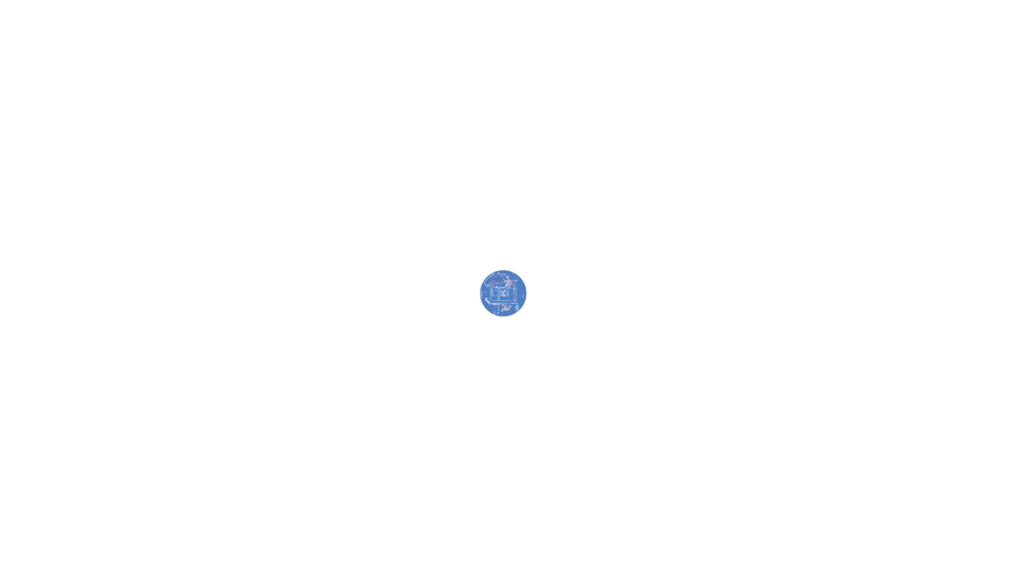
<source format=kicad_pcb>
(kicad_pcb (version 20241229) (generator "pcbnew") (generator_version "9.0")
  (title_block (date "2025-07-13") (rev "${REVISION}") (comment 1 "${COMPANY}"))
  (layers (0 "F.Cu" signal) (4 "In1.Cu" power "Supply") (6 "In2.Cu" power "GND") (2 "B.Cu" signal) (13 "F.Paste" user) (15 "B.Paste" user) (5 "F.SilkS" user "F.Silkscreen") (7 "B.SilkS" user "B.Silkscreen") (1 "F.Mask" user) (3 "B.Mask" user) (25 "Edge.Cuts" user))
  (net 0 "")
  (net 1 "GND")
  (net 2 "PD_GND")
  (net 3 "GNDA")
  (net 4 "VSYS")
  (net 5 "Net-(IC503-V_{REF})")
  (net 6 "Net-(D501-K)")
  (net 7 "Net-(D502-K)")
  (net 10 "Net-(IC503-LED3-DRV)")
  (net 11 "Net-(IC503-LED1-DRV)")
  (net 12 "Net-(IC503-LED2-DRV)")
  (net 14 "/Project Architecture/Audio/I2C_SCL")
  (net 15 "/Project Architecture/Audio/I2C_SDA")
  (net 16 "/Project Architecture/Connectors/~{RESET_{HR}}")
  (net 17 "/Project Architecture/Connectors/Status")
  (net 20 "Net-(IC501-V_{CORE})")
  (net 21 "Net-(IC601-VDIG)")
  (net 22 "Net-(IC601-VREF)")
  (net 23 "Net-(IC601-VMID)")
  (net 24 "Net-(IC601-DACREF)")
  (net 25 "Net-(IC601-HPCFP)")
  (net 26 "Net-(IC601-HPCFN)")
  (net 27 "Net-(IC601-HPCSN)")
  (net 28 "Net-(IC601-HPCSP)")
  (net 29 "Net-(IC601-SP_P)")
  (net 30 "/Project Architecture/Audio/SP-N")
  (net 31 "Net-(IC601-SP_N)")
  (net 32 "Net-(IC501-SCLK_{SENSOR})")
  (net 33 "/Project Architecture/Heartrate/INT_{ACC}")
  (net 34 "Net-(IC501-MOSI_{SENSOR})")
  (net 35 "Net-(IC501-CS_{PPG})")
  (net 38 "Net-(IC501-32k_{IN})")
  (net 39 "Net-(IC501-CS_{ACC})")
  (net 40 "Net-(IC501-INT_{PPG})")
  (net 41 "Net-(IC501-MISO_{SENSOR})")
  (net 42 "Net-(IC501-32k_{OUT})")
  (net 45 "/Project Architecture/Audio/I2S_DIN")
  (net 47 "/Project Architecture/Audio/I2S_BCLK")
  (net 48 "/Project Architecture/Audio/I2S_WCLK")
  (net 56 "/Project Architecture/Audio/I2S_MCLK")
  (net 64 "/Project Architecture/Audio/SP-P")
  (net 69 "/Project Architecture/Connectors/+1V8_HR")
  (net 70 "/Project Architecture/Audio/+1V8_PA")
  (footprint "Amphenol:101P014FB110" (layer "F.Cu") (at 210.3 150.6 -90)
    (property "Reference" "X702" (hide yes))
    (property "Value" "MB1" (hide yes))
  )
  (footprint "Capacitor_SMD:C_0201_0603Metric" (layer "F.Cu") (at 205.725 157.425 -90)
    (property "Reference" "C603" (hide yes))
    (property "Value" "1u" (hide yes))
  )
  (footprint "Capacitor_SMD:C_0201_0603Metric" (layer "F.Cu") (at 208.8925 143.2)
    (property "Reference" "C505" (hide yes))
    (property "Value" "10u" (hide yes))
  )
  (footprint "Capacitor_SMD:C_0201_0603Metric" (layer "F.Cu") (at 208.175 154.505 90)
    (property "Reference" "C608" (hide yes))
    (property "Value" "1u" (hide yes))
  )
  (footprint "Inductor_SMD:L_0201_0603Metric" (layer "F.Cu") (at 208.6 145.675 180)
    (property "Reference" "R502" (hide yes))
    (property "Value" "4k7" (hide yes))
  )
  (footprint "Capacitor_SMD:C_0201_0603Metric" (layer "F.Cu") (at 201.5 148.1 -135)
    (property "Reference" "C504" (hide yes))
    (property "Value" "1u" (hide yes))
  )
  (footprint "Capacitor_SMD:C_0201_0603Metric" (layer "F.Cu") (at 208.8925 143.993)
    (property "Reference" "C506" (hide yes))
    (property "Value" "100n" (hide yes))
  )
  (footprint "Capacitor_SMD:C_0201_0603Metric" (layer "F.Cu") (at 200.941835 147.529739 -135)
    (property "Reference" "C502" (hide yes))
    (property "Value" "1u" (hide yes))
  )
  (footprint "Capacitor_SMD:C_0201_0603Metric" (layer "F.Cu") (at 204.4 142.72 90)
    (property "Reference" "C503" (hide yes))
    (property "Value" "1u" (hide yes))
  )
  (footprint "Capacitor_SMD:C_0201_0603Metric" (layer "F.Cu") (at 205.975 154.125 90)
    (property "Reference" "C602" (hide yes))
    (property "Value" "1u" (hide yes))
  )
  (footprint "Inductor_SMD:L_0402_1005Metric" (layer "F.Cu") (at 202.125001 154.875 180)
    (property "Reference" "FB601" (hide yes))
    (property "Value" "FerriteBead" (hide yes))
  )
  (footprint "Crystal_Kampi:ECS_ECX-1210" (layer "F.Cu") (at 199.5 146.1 -135)
    (property "Reference" "Y501" (hide yes))
    (property "Value" "32kHz" (hide yes))
  )
  (footprint "Capacitor_SMD:C_0402_1005Metric" (layer "F.Cu") (at 208.6 147.3)
    (property "Reference" "C511" (hide yes))
    (property "Value" "22u" (hide yes))
  )
  (footprint "Analog Devices:MAX32664GTG" (layer "F.Cu") (at 202.653033 145.111434 -45)
    (property "Reference" "IC501" (hide yes))
    (property "Value" "MAX32664" (hide yes))
  )
  (footprint "Package_BGA_Kampi:WLCSP-34" (layer "F.Cu") (at 205.525 155.835 180)
    (property "Reference" "IC601" (hide yes))
    (property "Value" "DA7212-01UM2" (hide yes))
  )
  (footprint "Capacitor_SMD:C_0201_0603Metric" (layer "F.Cu") (at 206.425 157.425 -90)
    (property "Reference" "C604" (hide yes))
    (property "Value" "1u" (hide yes))
  )
  (footprint "Inductor_SMD:L_0402_1005Metric" (layer "F.Cu") (at 202.125001 155.875 180)
    (property "Reference" "FB602" (hide yes))
    (property "Value" "FerriteBead" (hide yes))
  )
  (footprint "Capacitor_SMD:C_0201_0603Metric" (layer "F.Cu") (at 208.574999 156.345)
    (property "Reference" "C610" (hide yes))
    (property "Value" "1u" (hide yes))
  )
  (footprint "Package_LGA:LGA-12_2x2mm_P0.5mm" (layer "F.Cu") (at 206.8625 143.95)
    (property "Reference" "IC502" (hide yes))
    (property "Value" "LIS2DS12" (hide yes))
  )
  (footprint "Capacitor_SMD:C_0201_0603Metric" (layer "F.Cu") (at 208.8925 144.793)
    (property "Reference" "C507" (hide yes))
    (property "Value" "100n" (hide yes))
  )
  (footprint "Capacitor_SMD:C_0201_0603Metric" (layer "F.Cu") (at 204.2 157.425 -90)
    (property "Reference" "C606" (hide yes))
    (property "Value" "4u7" (hide yes))
  )
  (footprint "Capacitor_SMD:C_0201_0603Metric" (layer "F.Cu") (at 204.3 154.125 90)
    (property "Reference" "C601" (hide yes))
    (property "Value" "1u" (hide yes))
  )
  (footprint "Capacitor_SMD:C_0201_0603Metric" (layer "F.Cu") (at 205.275 154.125 90)
    (property "Reference" "C605" (hide yes))
    (property "Value" "2u2" (hide yes))
  )
  (footprint "Amphenol:101P014FB110" (layer "F.Cu") (at 198.8 150 90)
    (property "Reference" "X701" (hide yes))
    (property "Value" "MB2" (hide yes))
  )
  (footprint "Capacitor_SMD:C_0201_0603Metric" (layer "F.Cu") (at 208.6 146.4)
    (property "Reference" "C510" (hide yes))
    (property "Value" "100n" (hide yes))
  )
  (footprint "Capacitor_SMD:C_0201_0603Metric" (layer "F.Cu") (at 208.575 155.625)
    (property "Reference" "C609" (hide yes))
    (property "Value" "1u" (hide yes))
  )
  (footprint "Capacitor_SMD:C_0201_0603Metric" (layer "F.Cu") (at 204.9 157.425 -90)
    (property "Reference" "C607" (hide yes))
    (property "Value" "4u7" (hide yes))
  )
  (footprint "Capacitor_SMD:C_0201_0603Metric" (layer "B.Cu") (at 208.7 145.8)
    (property "Reference" "C508" (hide yes))
    (property "Value" "10u" (hide yes))
  )
  (footprint "Capacitor_SMD:C_0201_0603Metric" (layer "B.Cu") (at 209.98 154.7 180)
    (property "Reference" "C611" (hide yes))
    (property "Value" "100n" (hide yes))
  )
  (footprint "Vishay:VEMD808x" (layer "B.Cu") (at 202.2 150 -90)
    (property "Reference" "D501" (hide yes))
    (property "Value" "VEMD8082" (hide yes))
  )
  (footprint "Resistor_SMD:R_0201_0603Metric" (layer "B.Cu") (at 209.98 155.5 180)
    (property "Reference" "R601" (hide yes))
    (property "Value" "0R" (hide yes))
  )
  (footprint "Resistor_SMD:R_0201_0603Metric" (layer "B.Cu") (at 203.1 146.4 90)
    (property "Reference" "R501" (hide yes))
    (property "Value" "~" (hide yes))
  )
  (footprint "Capacitor_SMD:C_0201_0603Metric" (layer "B.Cu") (at 202.15 146.4 90)
    (property "Reference" "C501" (hide yes))
    (property "Value" "~" (hide yes))
  )
  (footprint "Capacitor_SMD:C_0201_0603Metric" (layer "B.Cu") (at 204.755 146 180)
    (property "Reference" "C509" (hide yes))
    (property "Value" "1u" (hide yes))
  )
  (footprint "Osram:SFH7016" (layer "B.Cu") (at 205 150)
    (property "Reference" "LED501" (hide yes))
    (property "Value" "SFH7016" (hide yes))
  )
  (footprint "Package_BGA_Kampi:THIN-WLP-20_2.228x1.967mm_P0.4mm" (layer "B.Cu") (at 206.8 146.1 180)
    (property "Reference" "IC503" (hide yes))
    (property "Value" "MAX86141" (hide yes))
  )
  (footprint "Vishay:VEMD808x" (layer "B.Cu") (at 207.8 150 -90)
    (property "Reference" "D502" (hide yes))
    (property "Value" "VEMD8082" (hide yes))
  )
  (gr_poly (pts (xy 199.412994 147.487006) (xy 202.665686 144.234314) (xy 201.322183 142.890813) (xy 198.069491 146.143503)) (stroke (width 0.2)) (fill no) (layer "B.Cu") (net 39))
  (gr_circle (center 205 150) (end 213.4 150) (stroke (width 0.2)) (fill no) (layer "Edge.Cuts"))
  (gr_text "${REVISION}" (at 200.402944 145.224264 225) (layer "B.Cu") (effects (font (size 0.4 0.4) (thickness 0.06)) (justify mirror)))
  (segment (start 200.25 148.95) (end 200.4 148.8) (width 0.15) (layer "F.Cu") (net 1))
  (segment (start 207.112258 144.712743) (end 207.112501 144.7125) (width 0.2) (layer "F.Cu") (net 1))
  (segment (start 200.2 144.666584) (end 200.64485 145.111434) (width 0.15) (layer "F.Cu") (net 1))
  (segment (start 201.247524 146.516942) (end 201.627728 146.136738) (width 0.15) (layer "F.Cu") (net 1))
  (segment (start 207.112501 144.7125) (end 207.6125 144.7125) (width 0.2) (layer "F.Cu") (net 1))
  (segment (start 204.875 142.275) (end 204.75 142.4) (width 0.15) (layer "F.Cu") (net 1))
  (segment (start 207.1125 144.143) (end 207.112501 144.7125) (width 0.2) (layer "F.Cu") (net 1))
  (segment (start 212 151.4) (end 211.9 151.3) (width 0.15) (layer "F.Cu") (net 1))
  (segment (start 209.2125 143.2) (end 209.2125 143.993) (width 0.4) (layer "F.Cu") (net 1))
  (segment (start 201.273726 148.314178) (end 200.715561 147.756013) (width 0.15) (layer "F.Cu") (net 1))
  (segment (start 199.8075 148.95) (end 200.25 148.95) (width 0.15) (layer "F.Cu") (net 1))
  (segment (start 201.273726 148.326274) (end 201.273726 148.314178) (width 0.15) (layer "F.Cu") (net 1))
  (segment (start 207.6125 144.7125) (end 207.625 144.7) (width 0.2) (layer "F.Cu") (net 1))
  (segment (start 209.5 146.88) (end 209.08 147.3) (width 0.15) (layer "F.Cu") (net 1))
  (segment (start 211.9 151.3) (end 211.3075 151.3) (width 0.15) (layer "F.Cu") (net 1))
  (segment (start 207.625 144.2) (end 207.625 144.7) (width 0.2) (layer "F.Cu") (net 1))
  (segment (start 209.2125 143.993) (end 209.7 143.993) (width 0.4) (layer "F.Cu") (net 1))
  (segment (start 200.379773 147.420227) (end 200.71556 147.756014) (width 0.2) (layer "F.Cu") (net 1))
  (segment (start 204.75 142.4) (end 204.4 142.4) (width 0.15) (layer "F.Cu") (net 1))
  (segment (start 209.35 146.4) (end 208.92 146.4) (width 0.15) (layer "F.Cu") (net 1))
  (segment (start 209.2125 143.993) (end 209.2125 144.793) (width 0.4) (layer "F.Cu") (net 1))
  (via (at 207.1125 144.143) (size 0.35) (drill 0.15) (layers "F.Cu" "B.Cu") (net 1))
  (via (at 200.4 148.8) (size 0.35) (drill 0.15) (layers "F.Cu" "B.Cu") (net 1))
  (via (at 209.7 143.993) (size 0.35) (drill 0.15) (layers "F.Cu" "B.Cu") (net 1))
  (via (at 209.35 146.4) (size 0.3024) (drill 0.15) (layers "F.Cu" "B.Cu") (net 1))
  (via (at 209.5 146.88) (size 0.35) (drill 0.15) (layers "F.Cu" "B.Cu") (net 1))
  (via (at 212 151.4) (size 0.35) (drill 0.15) (layers "F.Cu" "B.Cu") (net 1))
  (via (at 206.8 146.7) (size 0.3024) (drill 0.15) (layers "F.Cu" "B.Cu") (net 1))
  (via (at 204.875 142.275) (size 0.3024) (drill 0.15) (layers "F.Cu" "B.Cu") (net 1))
  (via (at 201.247524 146.516942) (size 0.3024) (drill 0.15) (layers "F.Cu" "B.Cu") (net 1))
  (via (at 200.2 144.666584) (size 0.3024) (drill 0.15) (layers "F.Cu" "B.Cu") (net 1))
  (via (at 200.379773 147.420227) (size 0.3024) (drill 0.15) (layers "F.Cu" "B.Cu") (net 1))
  (segment (start 206.8 146.3) (end 206.8 146.7) (width 0.15) (layer "B.Cu") (net 1))
  (via (at 203.725 147.325) (size 0.3024) (drill 0.15) (layers "F.Cu" "B.Cu") (net 2))
  (via (at 204 148.9) (size 0.3024) (drill 0.15) (layers "F.Cu" "B.Cu") (net 2))
  (via (at 204 148.375) (size 0.3024) (drill 0.15) (layers "F.Cu" "B.Cu") (net 2))
  (via (at 202.7 148.525) (size 0.3024) (drill 0.15) (layers "F.Cu" "B.Cu") (net 2))
  (via (at 201.65 150.775) (size 0.3024) (drill 0.15) (layers "F.Cu" "B.Cu") (net 2))
  (via (at 204.775 147.325) (size 0.3024) (drill 0.15) (layers "F.Cu" "B.Cu") (net 2))
  (via (at 202.175 151.3) (size 0.3024) (drill 0.15) (layers "F.Cu" "B.Cu") (net 2))
  (via (at 202.175 150.775) (size 0.3024) (drill 0.15) (layers "F.Cu" "B.Cu") (net 2))
  (via (at 201.65 149.05) (size 0.3024) (drill 0.15) (layers "F.Cu" "B.Cu") (net 2))
  (via (at 204.25 147.325) (size 0.3024) (drill 0.15) (layers "F.Cu" "B.Cu") (net 2))
  (via (at 202.175 148.525) (size 0.3024) (drill 0.15) (layers "F.Cu" "B.Cu") (net 2))
  (via (at 202.7 151.3) (size 0.3024) (drill 0.15) (layers "F.Cu" "B.Cu") (net 2))
  (via (at 201.65 151.3) (size 0.3024) (drill 0.15) (layers "F.Cu" "B.Cu") (net 2))
  (via (at 202.175 149.05) (size 0.3024) (drill 0.15) (layers "F.Cu" "B.Cu") (net 2))
  (via (at 202.7 149.05) (size 0.3024) (drill 0.15) (layers "F.Cu" "B.Cu") (net 2))
  (via (at 202.7 150.775) (size 0.3024) (drill 0.15) (layers "F.Cu" "B.Cu") (net 2))
  (segment (start 205.545 157.745) (end 205.3 157.5) (width 0.15) (layer "F.Cu") (net 3))
  (segment (start 205.275 153.805) (end 204.3 153.805) (width 0.15) (layer "F.Cu") (net 3))
  (segment (start 206.842069 157.435457) (end 206.532526 157.745) (width 0.15) (layer "F.Cu") (net 3))
  (segment (start 208.895 155.205) (end 208.9 155.2) (width 0.15) (layer "F.Cu") (net 3))
  (segment (start 209.4 156.345) (end 208.894999 156.345) (width 0.15) (layer "F.Cu") (net 3))
  (segment (start 205.975 153.805) (end 205.275 153.805) (width 0.15) (layer "F.Cu") (net 3))
  (segment (start 203.7 157.745) (end 204.2 157.745) (width 0.15) (layer "F.Cu") (net 3))
  (segment (start 204.9 157.745) (end 205.055 157.745) (width 0.15) (layer "F.Cu") (net 3))
  (segment (start 203.7 154.3) (end 204.195 153.805) (width 0.15) (layer "F.Cu") (net 3))
  (segment (start 206.532526 157.745) (end 206.425 157.745) (width 0.15) (layer "F.Cu") (net 3))
  (segment (start 204.195 153.805) (end 204.3 153.805) (width 0.15) (layer "F.Cu") (net 3))
  (segment (start 205.055 157.745) (end 205.3 157.5) (width 0.15) (layer "F.Cu") (net 3))
  (segment (start 208.895 155.625) (end 208.895 155.205) (width 0.15) (layer "F.Cu") (net 3))
  (segment (start 205.724999 157.745) (end 205.545 157.745) (width 0.15) (layer "F.Cu") (net 3))
  (via (at 206.842069 157.435457) (size 0.35) (drill 0.15) (layers "F.Cu" "B.Cu") (net 3))
  (via (at 207.275 156.005) (size 0.3024) (drill 0.15) (layers "F.Cu" "B.Cu") (net 3))
  (via (at 203.7 154.3) (size 0.35) (drill 0.15) (layers "F.Cu" "B.Cu") (net 3))
  (via (at 203.7 157.745) (size 0.35) (drill 0.15) (layers "F.Cu" "B.Cu") (net 3))
  (via (at 208.9 155.2) (size 0.35) (drill 0.15) (layers "F.Cu" "B.Cu") (net 3))
  (via (at 205.3 157.5) (size 0.35) (drill 0.15) (layers "F.Cu" "B.Cu") (net 3))
  (via (at 209.4 156.345) (size 0.35) (drill 0.15) (layers "F.Cu" "B.Cu") (net 3))
  (via (at 206.775 156.005) (size 0.3024) (drill 0.15) (layers "F.Cu" "B.Cu") (net 3))
  (via (at 205.275 156.005) (size 0.3024) (drill 0.15) (layers "F.Cu" "B.Cu") (net 3))
  (segment (start 204.2 157.105) (end 204.9 157.105) (width 0.15) (layer "F.Cu") (net 4))
  (segment (start 209.5 147.9) (end 209.9 147.5) (width 0.15) (layer "F.Cu") (net 4))
  (segment (start 203.500001 157.105001) (end 204.2 157.105) (width 0.15) (layer "F.Cu") (net 4))
  (segment (start 203.1 157.105) (end 203.5 157.105) (width 0.15) (layer "F.Cu") (net 4))
  (segment (start 197.2 150.7) (end 197.7925 150.7) (width 0.15) (layer "F.Cu") (net 4))
  (segment (start 203.5 157.105) (end 203.500001 157.105001) (width 0.15) (layer "F.Cu") (net 4))
  (segment (start 207.57748 147.9) (end 209.5 147.9) (width 0.15) (layer "F.Cu") (net 4))
  (segment (start 205.1 150) (end 205.47748 150) (width 0.15) (layer "F.Cu") (net 4))
  (segment (start 204.9 156.47) (end 204.9 157.105) (width 0.15) (layer "F.Cu") (net 4))
  (segment (start 204.899999 157.105001) (end 204.9 157.105) (width 0.15) (layer "F.Cu") (net 4))
  (segment (start 205.47748 150) (end 207.57748 147.9) (width 0.15) (layer "F.Cu") (net 4))
  (segment (start 209.9 147.5) (end 209.9 145.4) (width 0.15) (layer "F.Cu") (net 4))
  (segment (start 205.025 156.345) (end 204.9 156.47) (width 0.15) (layer "F.Cu") (net 4))
  (via (at 205.1 150) (size 0.35) (drill 0.15) (layers "F.Cu" "B.Cu") (net 4))
  (via (at 197.2 150.7) (size 0.35) (drill 0.15) (layers "F.Cu" "B.Cu") (net 4))
  (via (at 209.9 145.4) (size 0.35) (drill 0.15) (layers "F.Cu" "B.Cu") (net 4))
  (via (at 203.1 157.105) (size 0.35) (drill 0.15) (layers "F.Cu" "B.Cu") (net 4))
  (segment (start 205.1 150) (end 204.925 150) (width 0.15) (layer "B.Cu") (net 4))
  (segment (start 205.65 149.425) (end 205.65 149.45) (width 0.15) (layer "B.Cu") (net 4))
  (segment (start 205.65 149.45) (end 205.1 150) (width 0.15) (layer "B.Cu") (net 4))
  (segment (start 204.925 150) (end 204.35 150.575) (width 0.15) (layer "B.Cu") (net 4))
  (segment (start 207.6 145.5) (end 208.08 145.5) (width 0.15) (layer "B.Cu") (net 4))
  (segment (start 208.08 145.5) (end 208.38 145.8) (width 0.15) (layer "B.Cu") (net 4))
  (segment (start 209.9 145.4) (end 208.78 145.4) (width 0.15) (layer "B.Cu") (net 4))
  (segment (start 208.78 145.4) (end 208.38 145.8) (width 0.15) (layer "B.Cu") (net 4))
  (segment (start 205.6 145.9) (end 205.5 146) (width 0.15) (layer "B.Cu") (net 5))
  (segment (start 205.5 146) (end 205.075 146) (width 0.15) (layer "B.Cu") (net 5))
  (segment (start 206 145.9) (end 205.6 145.9) (width 0.15) (layer "B.Cu") (net 5))
  (segment (start 201.01 149.31) (end 201.01 148) (width 0.15) (layer "B.Cu") (net 6))
  (segment (start 203.39 148) (end 203.39 149.31) (width 0.15) (layer "B.Cu") (net 6))
  (segment (start 201.01 148) (end 203.39 148) (width 0.15) (layer "B.Cu") (net 6))
  (segment (start 206 147.4) (end 205.4 148) (width 0.15) (layer "B.Cu") (net 6))
  (segment (start 204.2 148) (end 203.39 148) (width 0.15) (layer "B.Cu") (net 6))
  (segment (start 203.39 150.69) (end 203.39 152) (width 0.15) (layer "B.Cu") (net 6))
  (segment (start 205.4 148) (end 204.2 148) (width 0.15) (layer "B.Cu") (net 6))
  (segment (start 203.39 149.31) (end 203.39 150.69) (width 0.15) (layer "B.Cu") (net 6))
  (segment (start 206 146.7) (end 206 147.4) (width 0.15) (layer "B.Cu") (net 6))
  (segment (start 201.01 150.69) (end 201.01 149.31) (width 0.15) (layer "B.Cu") (net 6))
  (segment (start 206.61 150.69) (end 206.61 149.31) (width 0.15) (layer "B.Cu") (net 7))
  (segment (start 206.6 148) (end 206.61 148) (width 0.15) (layer "B.Cu") (net 7))
  (segment (start 206.61 149.31) (end 206.61 148) (width 0.15) (layer "B.Cu") (net 7))
  (segment (start 208.99 150.69) (end 208.99 149.6) (width 0.15) (layer "B.Cu") (net 7))
  (segment (start 206.4 146.7) (end 206.4 147.8) (width 0.15) (layer "B.Cu") (net 7))
  (segment (start 206.61 148) (end 208.99 148) (width 0.15) (layer "B.Cu") (net 7))
  (segment (start 208.99 152) (end 208.99 150.69) (width 0.15) (layer "B.Cu") (net 7))
  (segment (start 208.99 149.31) (end 208.99 148) (width 0.15) (layer "B.Cu") (net 7))
  (via (at 207.890354 146.06079) (size 0.3024) (drill 0.15) (layers "F.Cu" "B.Cu") (net 10))
  (via (at 205.6875 148.7375) (size 0.35) (drill 0.15) (layers "F.Cu" "B.Cu") (net 10))
  (segment (start 207.729564 145.9) (end 207.890354 146.06079) (width 0.15) (layer "B.Cu") (net 10))
  (segment (start 207.6 145.9) (end 207.729564 145.9) (width 0.15) (layer "B.Cu") (net 10))
  (segment (start 205.6875 148.7375) (end 205 149.425) (width 0.15) (layer "B.Cu") (net 10))
  (via (at 207.5 147.3) (size 0.3024) (drill 0.15) (layers "F.Cu" "B.Cu") (net 11))
  (via (at 205 151) (size 0.35) (drill 0.15) (layers "F.Cu" "B.Cu") (net 11))
  (segment (start 207.5 147.3) (end 207.5 147.064154) (width 0.15) (layer "B.Cu") (net 11))
  (segment (start 205 150.575) (end 205 151) (width 0.15) (layer "B.Cu") (net 11))
  (segment (start 207.5 147.064154) (end 207.6 146.964154) (width 0.15) (layer "B.Cu") (net 11))
  (segment (start 207.6 146.964154) (end 207.6 146.7) (width 0.15) (layer "B.Cu") (net 11))
  (via (at 208.6 146.8) (size 0.3024) (drill 0.15) (layers "F.Cu" "B.Cu") (net 12))
  (via (at 205.65 151) (size 0.35) (drill 0.15) (layers "F.Cu" "B.Cu") (net 12))
  (segment (start 208.6062 146.8) (end 208.125679 146.8) (width 0.15) (layer "B.Cu") (net 12))
  (segment (start 208.125679 146.8) (end 207.625679 146.3) (width 0.15) (layer "B.Cu") (net 12))
  (segment (start 207.625679 146.3) (end 207.6 146.3) (width 0.15) (layer "B.Cu") (net 12))
  (segment (start 205.65 151) (end 205.65 150.575) (width 0.15) (layer "B.Cu") (net 12))
  (segment (start 198.6162 149.5838) (end 198.6162 151.8162) (width 0.15) (layer "F.Cu") (net 14))
  (segment (start 203.5 143.133096) (end 203.112652 143.520444) (width 0.15) (layer "F.Cu") (net 14))
  (segment (start 203.5 142.972581) (end 203.5 143.133096) (width 0.15) (layer "F.Cu") (net 14))
  (segment (start 197.2 149.65) (end 197.7925 149.65) (width 0.15) (layer "F.Cu") (net 14))
  (segment (start 198.6162 151.8162) (end 198.630659 151.830659) (width 0.15) (layer "F.Cu") (net 14))
  (via (at 197.2 149.65) (size 0.35) (drill 0.15) (layers "F.Cu" "B.Cu") (net 14))
  (via (at 198.630659 151.830659) (size 0.3024) (drill 0.15) (layers "F.Cu" "B.Cu") (net 14))
  (via (at 205.775 155.325) (size 0.3024) (drill 0.15) (layers "F.Cu" "B.Cu") (net 14))
  (via (at 203.5 142.972581) (size 0.3024) (drill 0.15) (layers "F.Cu" "B.Cu") (net 14))
  (via (at 198.6162 149.5838) (size 0.3024) (drill 0.15) (layers "F.Cu" "B.Cu") (net 14))
  (segment (start 205.246389 153.9) (end 200.2 153.9) (width 0.15) (layer "B.Cu") (net 14))
  (segment (start 206.026 154.679611) (end 205.246389 153.9) (width 0.15) (layer "B.Cu") (net 14))
  (segment (start 198.630659 152.330659) (end 198.630659 151.830659) (width 0.15) (layer "B.Cu") (net 14))
  (segment (start 206.026 155.074) (end 206.026 154.679611) (width 0.15) (layer "B.Cu") (net 14))
  (segment (start 200.2 153.9) (end 198.630659 152.330659) (width 0.15) (layer "B.Cu") (net 14))
  (segment (start 205.775 155.325) (end 206.026 155.074) (width 0.15) (layer "B.Cu") (net 14))
  (segment (start 197.181864 150.198937) (end 197.380801 150) (width 0.15) (layer "F.Cu") (net 15))
  (segment (start 197.380801 150) (end 197.7925 150) (width 0.15) (layer "F.Cu") (net 15))
  (segment (start 203.395495 143.803286) (end 203.396714 143.803286) (width 0.15) (layer "F.Cu") (net 15))
  (segment (start 203.396714 143.803286) (end 203.9 143.3) (width 0.15) (layer "F.Cu") (net 15))
  (via (at 203.9 143.3) (size 0.3024) (drill 0.15) (layers "F.Cu" "B.Cu") (net 15))
  (via (at 197.181864 150.198937) (size 0.35) (drill 0.15) (layers "F.Cu" "B.Cu") (net 15))
  (via (at 199.048798 151.7) (size 0.3024) (drill 0.15) (layers "F.Cu" "B.Cu") (net 15))
  (via (at 205.525 155.665) (size 0.3024) (drill 0.15) (layers "F.Cu" "B.Cu") (net 15))
  (segment (start 205.525 155.665) (end 205.935 155.665) (width 0.15) (layer "B.Cu") (net 15))
  (segment (start 200.4 153.6) (end 199.048798 152.248798) (width 0.15) (layer "B.Cu") (net 15))
  (segment (start 199.048798 152.248798) (end 199.048798 151.7) (width 0.15) (layer "B.Cu") (net 15))
  (segment (start 206.277 154.575643) (end 205.301357 153.6) (width 0.15) (layer "B.Cu") (net 15))
  (segment (start 206.277 155.323) (end 206.277 154.575643) (width 0.15) (layer "B.Cu") (net 15))
  (segment (start 205.935 155.665) (end 206.277 155.323) (width 0.15) (layer "B.Cu") (net 15))
  (segment (start 205.301357 153.6) (end 200.4 153.6) (width 0.15) (layer "B.Cu") (net 15))
  (segment (start 198.4 146.4) (end 198.4 146.003853) (width 0.15) (layer "F.Cu") (net 16))
  (segment (start 197.55 148.95) (end 197.3 148.7) (width 0.15) (layer "F.Cu") (net 16))
  (segment (start 200.064469 144.339384) (end 200.749612 144.339384) (width 0.15) (layer "F.Cu") (net 16))
  (segment (start 200.749612 144.339384) (end 201.062043 144.651815) (width 0.15) (layer "F.Cu") (net 16))
  (segment (start 198.4 146.003853) (end 200.064469 144.339384) (width 0.15) (layer "F.Cu") (net 16))
  (segment (start 197.7925 148.95) (end 197.55 148.95) (width 0.15) (layer "F.Cu") (net 16))
  (segment (start 197.3 148.7) (end 197.3 147.5) (width 0.15) (layer "F.Cu") (net 16))
  (segment (start 197.3 147.5) (end 198.4 146.4) (width 0.15) (layer "F.Cu") (net 16))
  (segment (start 197.327472 149.3) (end 197.7925 149.3) (width 0.15) (layer "F.Cu") (net 17))
  (segment (start 202.7 143.056284) (end 202.653033 143.103251) (width 0.15) (layer "F.Cu") (net 17))
  (segment (start 197.20904 149.172528) (end 197.272528 149.172528) (width 0.15) (layer "F.Cu") (net 17))
  (segment (start 203.1 142.656284) (end 202.653033 143.103251) (width 0.15) (layer "F.Cu") (net 17))
  (segment (start 197.2 149.172528) (end 197.327472 149.3) (width 0.15) (layer "F.Cu") (net 17))
  (via (at 203.1 142.656284) (size 0.3024) (drill 0.15) (layers "F.Cu" "B.Cu") (net 17))
  (via (at 197.2 149.172528) (size 0.35) (drill 0.15) (layers "F.Cu" "B.Cu") (net 17))
  (segment (start 201.963602 146.932236) (end 201.963605 146.932237) (width 0.15) (layer "F.Cu") (net 20))
  (segment (start 201.861074 147.738926) (end 201.861074 147.034763) (width 0.15) (layer "F.Cu") (net 20))
  (segment (start 202.193414 146.702427) (end 202.193414 146.702425) (width 0.15) (layer "F.Cu") (net 20))
  (segment (start 201.861074 147.034763) (end 201.963602 146.932236) (width 0.15) (layer "F.Cu") (net 20))
  (segment (start 201.726274 147.873726) (end 201.861074 147.738926) (width 0.15) (layer "F.Cu") (net 20))
  (segment (start 201.963605 146.932237) (end 202.193414 146.702427) (width 0.15) (layer "F.Cu") (net 20))
  (segment (start 204.3 154.445) (end 204.3 154.85) (width 0.15) (layer "F.Cu") (net 21))
  (segment (start 204.3 154.85) (end 204.775 155.325) (width 0.15) (layer "F.Cu") (net 21))
  (segment (start 205.675 154.825) (end 205.675 154.745) (width 0.15) (layer "F.Cu") (net 22))
  (segment (start 205.675 154.745) (end 205.975 154.445) (width 0.15) (layer "F.Cu") (net 22))
  (via (at 205.775 156.005) (size 0.3024) (drill 0.15) (layers "F.Cu" "B.Cu") (net 22))
  (via (at 205.675 154.825) (size 0.35) (drill 0.15) (layers "F.Cu" "B.Cu") (net 22))
  (segment (start 205.725 156.544999) (end 205.525 156.344999) (width 0.15) (layer "F.Cu") (net 23))
  (segment (start 205.725 157.105) (end 205.725 156.544999) (width 0.15) (layer "F.Cu") (net 23))
  (segment (start 206.425 157.045) (end 206.425 157.105) (width 0.15) (layer "F.Cu") (net 24))
  (segment (start 206.025 156.345) (end 206.425 156.745) (width 0.15) (layer "F.Cu") (net 24))
  (segment (start 206.425 156.745) (end 206.425 157.105) (width 0.15) (layer "F.Cu") (net 24))
  (segment (start 207.675 155.325) (end 208.175 154.825) (width 0.15) (layer "F.Cu") (net 25))
  (segment (start 207.275 155.325) (end 207.675 155.325) (width 0.15) (layer "F.Cu") (net 25))
  (segment (start 207.675 154.525) (end 208.015 154.185) (width 0.15) (layer "F.Cu") (net 26))
  (segment (start 208.015 154.185) (end 208.175 154.185) (width 0.15) (layer "F.Cu") (net 26))
  (via (at 207.675 154.525) (size 0.35) (drill 0.15) (layers "F.Cu" "B.Cu") (net 26))
  (via (at 207.025 155.665) (size 0.3024) (drill 0.15) (layers "F.Cu" "B.Cu") (net 26))
  (segment (start 207.875 155.625) (end 207.835 155.665) (width 0.15) (layer "F.Cu") (net 27))
  (segment (start 207.835 155.665) (end 207.525 155.665) (width 0.15) (layer "F.Cu") (net 27))
  (segment (start 208.255 155.625) (end 207.875 155.625) (width 0.15) (layer "F.Cu") (net 27))
  (segment (start 207.525 156.345) (end 208.255 156.345) (width 0.15) (layer "F.Cu") (net 28))
  (segment (start 203.125 154.875) (end 202.61 154.875) (width 0.15) (layer "F.Cu") (net 29))
  (via (at 203.125 154.875) (size 0.35) (drill 0.15) (layers "F.Cu" "B.Cu") (net 29))
  (via (at 204.775 156.005) (size 0.3024) (drill 0.15) (layers "F.Cu" "B.Cu") (net 29))
  (segment (start 200.15 151.05) (end 199.8075 151.05) (width 0.15) (layer "F.Cu") (net 30))
  (segment (start 200.5 154.734999) (end 200.5 151.4) (width 0.15) (layer "F.Cu") (net 30))
  (segment (start 200.5 151.4) (end 200.15 151.05) (width 0.15) (layer "F.Cu") (net 30))
  (segment (start 201.640001 155.875) (end 200.5 154.734999) (width 0.15) (layer "F.Cu") (net 30))
  (segment (start 203.125001 155.875) (end 202.610001 155.875) (width 0.15) (layer "F.Cu") (net 31))
  (via (at 204.525 156.345) (size 0.3024) (drill 0.15) (layers "F.Cu" "B.Cu") (net 31))
  (via (at 203.125001 155.875) (size 0.35) (drill 0.15) (layers "F.Cu" "B.Cu") (net 31))
  (segment (start 204.888565 145.111435) (end 204.661217 145.111435) (width 0.15) (layer "F.Cu") (net 32))
  (segment (start 205.1 144.9) (end 204.888565 145.111435) (width 0.15) (layer "F.Cu") (net 32))
  (segment (start 206.1 143.2) (end 205.6 143.2) (width 0.15) (layer "F.Cu") (net 32))
  (via (at 205.1 144.9) (size 0.3024) (drill 0.15) (layers "F.Cu" "B.Cu") (net 32))
  (via (at 205.6 143.2) (size 0.35) (drill 0.15) (layers "F.Cu" "B.Cu") (net 32))
  (segment (start 205.6 143.2) (end 207.2 144.8) (width 0.15) (layer "B.Cu") (net 32))
  (segment (start 207.2 144.8) (end 207.2 145.5) (width 0.15) (layer "B.Cu") (net 32))
  (segment (start 206.6125 143.712498) (end 206.6125 143.1875) (width 0.15) (layer "F.Cu") (net 33))
  (segment (start 202.653033 147.529741) (end 202.653033 147.119619) (width 0.15) (layer "F.Cu") (net 33))
  (segment (start 206.612502 143.7125) (end 206.6125 143.712498) (width 0.15) (layer "F.Cu") (net 33))
  (via (at 206.612502 143.7125) (size 0.35) (drill 0.15) (layers "F.Cu" "B.Cu") (net 33))
  (via (at 202.653033 147.529741) (size 0.3024) (drill 0.15) (layers "F.Cu" "B.Cu") (net 33))
  (segment (start 206.1 145.2) (end 206.4 145.5) (width 0.15) (layer "F.Cu") (net 34))
  (segment (start 206.1 144.7) (end 206.1 145.2) (width 0.15) (layer "F.Cu") (net 34))
  (segment (start 204.495838 144.4) (end 205.4 144.4) (width 0.15) (layer "F.Cu") (net 34))
  (segment (start 205.7 144.7) (end 206.1 144.7) (width 0.15) (layer "F.Cu") (net 34))
  (segment (start 205.4 144.4) (end 205.7 144.7) (width 0.15) (layer "F.Cu") (net 34))
  (segment (start 204.244023 144.651815) (end 204.495838 144.4) (width 0.15) (layer "F.Cu") (net 34))
  (via (at 206.4 145.5) (size 0.3024) (drill 0.15) (layers "F.Cu" "B.Cu") (net 34))
  (segment (start 204.455379 145.782409) (end 204.244023 145.571053) (width 0.15) (layer "F.Cu") (net 35))
  (segment (start 205.5 145.5) (end 205.217591 145.782409) (width 0.15) (layer "F.Cu") (net 35))
  (segment (start 205.217591 145.782409) (end 204.455379 145.782409) (width 0.15) (layer "F.Cu") (net 35))
  (via (at 205.5 145.5) (size 0.3024) (drill 0.15) (layers "F.Cu" "B.Cu") (net 35))
  (segment (start 205.5 145.5) (end 206 145.5) (width 0.15) (layer "B.Cu") (net 35))
  (segment (start 200.496619 146.7) (end 199.516636 146.7) (width 0.15) (layer "F.Cu") (net 38))
  (segment (start 201.344885 145.853896) (end 201.342723 145.853896) (width 0.15) (layer "F.Cu") (net 38))
  (segment (start 201.342723 145.853896) (end 200.496619 146.7) (width 0.15) (layer "F.Cu") (net 38))
  (segment (start 199.516636 146.7) (end 199.208318 146.391682) (width 0.15) (layer "F.Cu") (net 38))
  (segment (start 201.941695 143.268723) (end 202.193415 143.520443) (width 0.15) (layer "F.Cu") (net 39))
  (segment (start 206.1 143.7) (end 204.6 143.7) (width 0.15) (layer "F.Cu") (net 39))
  (segment (start 201.606169 143.268723) (end 201.941695 143.268723) (width 0.15) (layer "F.Cu") (net 39))
  (via (at 201.606169 143.268723) (size 0.3024) (drill 0.15) (layers "F.Cu" "B.Cu") (net 39))
  (via (at 204.6 143.7) (size 0.35) (drill 0.15) (layers "F.Cu" "B.Cu") (net 39))
  (segment (start 205.6 146.2) (end 205.9 145.9) (width 0.15) (layer "F.Cu") (net 40))
  (segment (start 203.78622 146.91378) (end 204.5 146.2) (width 0.15) (layer "F.Cu") (net 40))
  (segment (start 204.5 146.2) (end 205.6 146.2) (width 0.15) (layer "F.Cu") (net 40))
  (segment (start 203.324008 146.91378) (end 203.78622 146.91378) (width 0.15) (layer "F.Cu") (net 40))
  (segment (start 207.425 145.675) (end 208.28 145.675) (width 0.15) (layer "F.Cu") (net 40))
  (segment (start 205.9 145.9) (end 207.2 145.9) (width 0.15) (layer "F.Cu") (net 40))
  (segment (start 203.112652 146.702424) (end 203.324008 146.91378) (width 0.15) (layer "F.Cu") (net 40))
  (segment (start 207.2 145.9) (end 207.425 145.675) (width 0.15) (layer "F.Cu") (net 40))
  (via (at 207.2 145.9) (size 0.3024) (drill 0.15) (layers "F.Cu" "B.Cu") (net 40))
  (segment (start 205.7 144.2) (end 206.1 144.2) (width 0.15) (layer "F.Cu") (net 41))
  (segment (start 204.230153 144.1) (end 205.6 144.1) (width 0.15) (layer "F.Cu") (net 41))
  (segment (start 205.6 144.1) (end 205.7 144.2) (width 0.15) (layer "F.Cu") (net 41))
  (segment (start 203.961181 144.368972) (end 204.230153 144.1) (width 0.15) (layer "F.Cu") (net 41))
  (via (at 206.1 144.2) (size 0.3024) (drill 0.15) (layers "F.Cu" "B.Cu") (net 41))
  (segment (start 206.8 144.9) (end 206.1 144.2) (width 0.15) (layer "B.Cu") (net 41))
  (segment (start 206.8 145.5) (end 206.8 144.9) (width 0.15) (layer "B.Cu") (net 41))
  (segment (start 201.062042 145.571052) (end 200.824776 145.808318) (width 0.15) (layer "F.Cu") (net 42))
  (segment (start 200.824776 145.808318) (end 199.791682 145.808318) (width 0.15) (layer "F.Cu") (net 42))
  (segment (start 209.2925 150.95) (end 208.75 150.95) (width 0.15) (layer "F.Cu") (net 45))
  (segment (start 208.251 152.849) (end 207.175 153.925) (width 0.15) (layer "F.Cu") (net 45))
  (segment (start 208.75 150.95) (end 208.251 151.449) (width 0.15) (layer "F.Cu") (net 45))
  (segment (start 207.175 153.925) (end 207.175 154.825) (width 0.15) (layer "F.Cu") (net 45))
  (segment (start 208.251 151.449) (end 208.251 152.849) (width 0.15) (layer "F.Cu") (net 45))
  (via (at 206.525 155.665) (size 0.3024) (drill 0.15) (layers "F.Cu" "B.Cu") (net 45))
  (via (at 207.175 154.825) (size 0.35) (drill 0.15) (layers "F.Cu" "B.Cu") (net 45))
  (segment (start 207.175 154.825) (end 207.175 155.015) (width 0.15) (layer "B.Cu") (net 45))
  (segment (start 207.175 155.015) (end 206.525 155.665) (width 0.15) (layer "B.Cu") (net 45))
  (segment (start 208 152.7) (end 206.775 153.925) (width 0.15) (layer "F.Cu") (net 47))
  (segment (start 208.7 150.6) (end 208 151.3) (width 0.15) (layer "F.Cu") (net 47))
  (segment (start 208 151.3) (end 208 152.7) (width 0.15) (layer "F.Cu") (net 47))
  (segment (start 209.2925 150.6) (end 208.7 150.6) (width 0.15) (layer "F.Cu") (net 47))
  (segment (start 206.775 153.925) (end 206.775 155.325) (width 0.15) (layer "F.Cu") (net 47))
  (segment (start 206.5 155.1) (end 206.275 155.325) (width 0.15) (layer "F.Cu") (net 48))
  (segment (start 209.2925 150.25) (end 208.65 150.25) (width 0.15) (layer "F.Cu") (net 48))
  (segment (start 206.5 153.8) (end 206.5 155.1) (width 0.15) (layer "F.Cu") (net 48))
  (segment (start 207.7 152.6) (end 206.5 153.8) (width 0.15) (layer "F.Cu") (net 48))
  (segment (start 207.7 151.2) (end 207.7 152.6) (width 0.15) (layer "F.Cu") (net 48))
  (segment (start 208.65 150.25) (end 207.7 151.2) (width 0.15) (layer "F.Cu") (net 48))
  (segment (start 208.8 151.3) (end 208.6 151.5) (width 0.15) (layer "F.Cu") (net 56))
  (segment (start 209.2925 151.3) (end 208.8 151.3) (width 0.15) (layer "F.Cu") (net 56))
  (segment (start 208.6 151.5) (end 208.6 153.5) (width 0.15) (layer "F.Cu") (net 56))
  (via (at 205.025 155.665) (size 0.3024) (drill 0.15) (layers "F.Cu" "B.Cu") (net 56))
  (via (at 208.6 153.5) (size 0.35) (drill 0.15) (layers "F.Cu" "B.Cu") (net 56))
  (segment (start 200.8 151.1) (end 200.4 150.7) (width 0.15) (layer "F.Cu") (net 64))
  (segment (start 200.4 150.7) (end 199.8075 150.7) (width 0.15) (layer "F.Cu") (net 64))
  (segment (start 201.640001 154.875) (end 200.8 154.034999) (width 0.15) (layer "F.Cu") (net 64))
  (segment (start 200.8 154.034999) (end 200.8 151.1) (width 0.15) (layer "F.Cu") (net 64))
  (segment (start 207.625 143.7) (end 208.12 143.7) (width 0.15) (layer "F.Cu") (net 69))
  (segment (start 208.572501 143.2) (end 207.625 143.2) (width 0.15) (layer "F.Cu") (net 69))
  (segment (start 197.54 151.05) (end 197.7925 151.05) (width 0.15) (layer "F.Cu") (net 69))
  (segment (start 201.6 146.730153) (end 201.91057 146.419583) (width 0.15) (layer "F.Cu") (net 69))
  (segment (start 208.5725 142.8) (end 208.572501 142.800001) (width 0.15) (layer "F.Cu") (net 69))
  (segment (start 208.5725 144.793001) (end 208.5725 143.993) (width 0.15) (layer "F.Cu") (net 69))
  (segment (start 208.28 146.315) (end 208.92 145.675) (width 0.15) (layer "F.Cu") (net 69))
  (segment (start 208.28 146.62) (end 208.28 146.4) (width 0.15) (layer "F.Cu") (net 69))
  (segment (start 207.5 146.4) (end 208.28 146.4) (width 0.15) (layer "F.Cu") (net 69))
  (segment (start 200.9 147) (end 200.9 147.035356) (width 0.15) (layer "F.Cu") (net 69))
  (segment (start 197.290194 151.299806) (end 197.54 151.05) (width 0.15) (layer "F.Cu") (net 69))
  (segment (start 208.5725 143.993) (end 208.572501 143.2) (width 0.15) (layer "F.Cu") (net 69))
  (segment (start 207.202395 146.302417) (end 207.402417 146.302417) (width 0.15) (layer "F.Cu") (net 69))
  (segment (start 207.402417 146.302417) (end 207.5 146.4) (width 0.15) (layer "F.Cu") (net 69))
  (segment (start 208.12 147.3) (end 208.12 146.78) (width 0.15) (layer "F.Cu") (net 69))
  (segment (start 208.413 143.993) (end 208.5725 143.993) (width 0.15) (layer "F.Cu") (net 69))
  (segment (start 204.4 143.04) (end 204.4 143.364469) (width 0.2) (layer "F.Cu") (net 69))
  (segment (start 201.91057 146.419583) (end 201.910572 146.419583) (width 0.15) (layer "F.Cu") (net 69))
  (segment (start 197.290188 151.299806) (end 197.290194 151.299806) (width 0.15) (layer "F.Cu") (net 69))
  (segment (start 208.572501 142.800001) (end 208.572501 143.2) (width 0.15) (layer "F.Cu") (net 69))
  (segment (start 208.12 143.7) (end 208.413 143.993) (width 0.15) (layer "F.Cu") (net 69))
  (segment (start 200.9 147.035356) (end 201.168109 147.303465) (width 0.15) (layer "F.Cu") (net 69))
  (segment (start 201.168109 147.303465) (end 201.6 146.871574) (width 0.15) (layer "F.Cu") (net 69))
  (segment (start 204.4 143.364469) (end 203.678338 144.086131) (width 0.2) (layer "F.Cu") (net 69))
  (segment (start 201.6 146.871574) (end 201.6 146.730153) (width 0.15) (layer "F.Cu") (net 69))
  (segment (start 208.28 146.4) (end 208.28 146.29) (width 0.15) (layer "F.Cu") (net 69))
  (segment (start 208.28 146.4) (end 208.28 146.315) (width 0.15) (layer "F.Cu") (net 69))
  (segment (start 208.12 146.78) (end 208.28 146.62) (width 0.15) (layer "F.Cu") (net 69))
  (segment (start 204.85 143.04) (end 204.4 143.04) (width 0.15) (layer "F.Cu") (net 69))
  (via (at 200.9 147) (size 0.35) (drill 0.15) (layers "F.Cu" "B.Cu") (net 69))
  (via (at 208.5725 142.8) (size 0.35) (drill 0.15) (layers "F.Cu" "B.Cu") (net 69))
  (via (at 207.202395 146.302417) (size 0.3024) (drill 0.15) (layers "F.Cu" "B.Cu") (net 69))
  (via (at 197.290188 151.299806) (size 0.35) (drill 0.15) (layers "F.Cu" "B.Cu") (net 69))
  (via (at 204.85 143.04) (size 0.35) (drill 0.15) (layers "F.Cu" "B.Cu") (net 69))
  (segment (start 207.2 146.3) (end 207.2 146.7) (width 0.15) (layer "B.Cu") (net 69))
  (segment (start 207.2 146.300022) (end 207.202395 146.302417) (width 0.15) (layer "B.Cu") (net 69))
  (segment (start 207.2 146.3) (end 207.2 146.300022) (width 0.15) (layer "B.Cu") (net 69))
  (segment (start 211.8 150.9) (end 211.75 150.95) (width 0.15) (layer "F.Cu") (net 70))
  (segment (start 205.275 155.325) (end 205.275 154.445) (width 0.15) (layer "F.Cu") (net 70))
  (segment (start 211.75 150.95) (end 211.3075 150.95) (width 0.15) (layer "F.Cu") (net 70))
  (segment (start 212 150.9) (end 211.8 150.9) (width 0.15) (layer "F.Cu") (net 70))
  (segment (start 204.845 154.445) (end 205.275 154.445) (width 0.15) (layer "F.Cu") (net 70))
  (via (at 206.275 156.005) (size 0.3024) (drill 0.15) (layers "F.Cu" "B.Cu") (net 70))
  (via (at 204.845 154.445) (size 0.35) (drill 0.15) (layers "F.Cu" "B.Cu") (net 70))
  (via (at 212 150.9) (size 0.35) (drill 0.15) (layers "F.Cu" "B.Cu") (net 70))
  (via (at 205.275 155.325) (size 0.3024) (drill 0.15) (layers "F.Cu" "B.Cu") (net 70))
  (zone (net 3) (net_name "GNDA") (layer "B.Cu") (priority 9) (connect_pads (clearance 0.127)) (min_thickness 0.127) (fill yes (thermal_gap 0.127) (thermal_bridge_width 0.127))
    (polygon (pts (xy 201.875 159.95) (xy 201.875 153.6) (xy 209.975 153.6) (xy 209.975 159.949999)))
  )
  (zone (net 1) (net_name "GND") (layer "B.Cu") (priority 8) (connect_pads (clearance 0.1)) (min_thickness 0.1) (fill yes (thermal_gap 0.1) (thermal_bridge_width 0.1))
    (polygon (pts (xy 182.7 132.5) (xy 227.7 132.5) (xy 227.7 169.1) (xy 182.7 169.1)))
  )
  (zone (net 2) (net_name "PD_GND") (layers "B.Cu" "In2.Cu") (priority 9) (connect_pads yes (clearance 0.1)) (min_thickness 0.1) (fill yes (thermal_gap 0.1) (thermal_bridge_width 0.1))
    (polygon (pts (xy 200.4 152.575) (xy 209.6 152.575) (xy 209.6 147.45) (xy 207.05 147.45) (xy 206.6 147) (xy 206.6 146.1) (xy 204.724 146.1) (xy 204.34 146.5) (xy 201.6 146.5) (xy 201.6 147.5) (xy 200.4 147.5)))
  )
)
</source>
